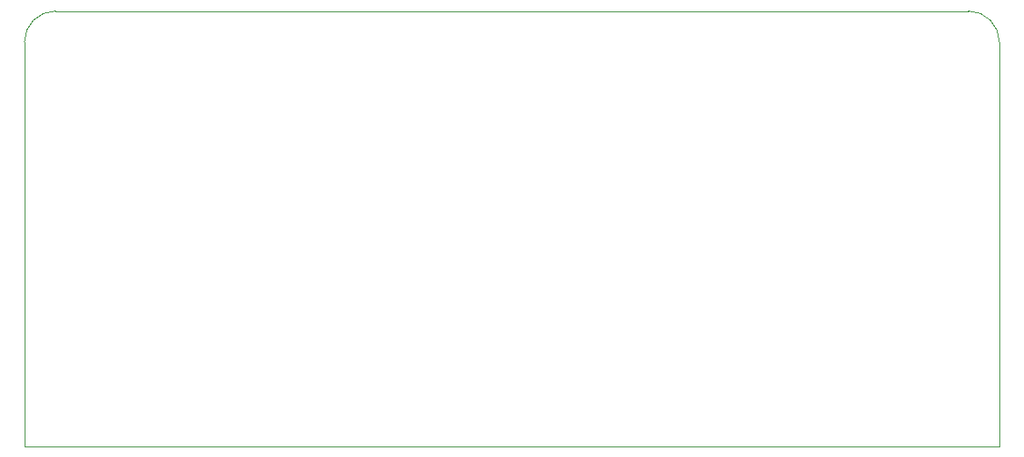
<source format=gbr>
G04 #@! TF.FileFunction,Profile,NP*
%FSLAX46Y46*%
G04 Gerber Fmt 4.6, Leading zero omitted, Abs format (unit mm)*
G04 Created by KiCad (PCBNEW 4.0.7-e2-6376~58~ubuntu16.04.1) date Mon Dec  4 17:26:15 2017*
%MOMM*%
%LPD*%
G01*
G04 APERTURE LIST*
%ADD10C,0.100000*%
%ADD11C,0.001000*%
G04 APERTURE END LIST*
D10*
D11*
X108400160Y-70325400D02*
X196400160Y-70325400D01*
X105400160Y-73325400D02*
X105400160Y-104325400D01*
X105400160Y-73325400D02*
G75*
G02X108400160Y-70325400I3000000J0D01*
G01*
X196400160Y-70325400D02*
G75*
G02X199400160Y-73325400I0J-3000000D01*
G01*
X199400160Y-73325400D02*
X199400160Y-104325400D01*
X105400160Y-104325400D02*
X105400160Y-112325400D01*
X105400160Y-112325400D02*
X199400160Y-112325400D01*
X199400160Y-112325400D02*
X199400160Y-104325400D01*
M02*

</source>
